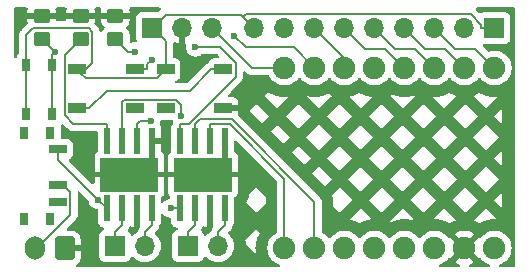
<source format=gbr>
%TF.GenerationSoftware,KiCad,Pcbnew,8.0.1*%
%TF.CreationDate,2024-05-27T16:44:31-06:00*%
%TF.ProjectId,KETSINI,4b455453-494e-4492-9e6b-696361645f70,rev?*%
%TF.SameCoordinates,Original*%
%TF.FileFunction,Copper,L1,Top*%
%TF.FilePolarity,Positive*%
%FSLAX46Y46*%
G04 Gerber Fmt 4.6, Leading zero omitted, Abs format (unit mm)*
G04 Created by KiCad (PCBNEW 8.0.1) date 2024-05-27 16:44:31*
%MOMM*%
%LPD*%
G01*
G04 APERTURE LIST*
G04 Aperture macros list*
%AMRoundRect*
0 Rectangle with rounded corners*
0 $1 Rounding radius*
0 $2 $3 $4 $5 $6 $7 $8 $9 X,Y pos of 4 corners*
0 Add a 4 corners polygon primitive as box body*
4,1,4,$2,$3,$4,$5,$6,$7,$8,$9,$2,$3,0*
0 Add four circle primitives for the rounded corners*
1,1,$1+$1,$2,$3*
1,1,$1+$1,$4,$5*
1,1,$1+$1,$6,$7*
1,1,$1+$1,$8,$9*
0 Add four rect primitives between the rounded corners*
20,1,$1+$1,$2,$3,$4,$5,0*
20,1,$1+$1,$4,$5,$6,$7,0*
20,1,$1+$1,$6,$7,$8,$9,0*
20,1,$1+$1,$8,$9,$2,$3,0*%
G04 Aperture macros list end*
%TA.AperFunction,SMDPad,CuDef*%
%ADD10R,0.500000X2.200000*%
%TD*%
%TA.AperFunction,ComponentPad*%
%ADD11C,0.630000*%
%TD*%
%TA.AperFunction,SMDPad,CuDef*%
%ADD12R,4.900000X2.950000*%
%TD*%
%TA.AperFunction,SMDPad,CuDef*%
%ADD13R,0.650000X1.050000*%
%TD*%
%TA.AperFunction,SMDPad,CuDef*%
%ADD14R,1.500000X0.900000*%
%TD*%
%TA.AperFunction,ComponentPad*%
%ADD15R,1.700000X1.700000*%
%TD*%
%TA.AperFunction,ComponentPad*%
%ADD16O,1.700000X1.700000*%
%TD*%
%TA.AperFunction,SMDPad,CuDef*%
%ADD17RoundRect,0.250000X0.450000X-0.350000X0.450000X0.350000X-0.450000X0.350000X-0.450000X-0.350000X0*%
%TD*%
%TA.AperFunction,SMDPad,CuDef*%
%ADD18R,0.800000X1.000000*%
%TD*%
%TA.AperFunction,SMDPad,CuDef*%
%ADD19R,1.500000X0.700000*%
%TD*%
%TA.AperFunction,ComponentPad*%
%ADD20RoundRect,0.250000X0.600000X0.750000X-0.600000X0.750000X-0.600000X-0.750000X0.600000X-0.750000X0*%
%TD*%
%TA.AperFunction,ComponentPad*%
%ADD21O,1.700000X2.000000*%
%TD*%
%TA.AperFunction,ComponentPad*%
%ADD22C,1.905000*%
%TD*%
%TA.AperFunction,ViaPad*%
%ADD23C,0.600000*%
%TD*%
%TA.AperFunction,Conductor*%
%ADD24C,0.200000*%
%TD*%
G04 APERTURE END LIST*
D10*
%TO.P,U1,1,GND*%
%TO.N,GND*%
X174205000Y-107775000D03*
%TO.P,U1,2,IN2*%
%TO.N,MAI1*%
X172935000Y-107775000D03*
%TO.P,U1,3,IN1*%
%TO.N,MAI2*%
X171665000Y-107775000D03*
%TO.P,U1,4,ILIM*%
%TO.N,Net-(U1-ILIM)*%
X170395000Y-107775000D03*
%TO.P,U1,5,VM*%
%TO.N,VM*%
X170395000Y-113525000D03*
%TO.P,U1,6,OUT1*%
%TO.N,MAO1*%
X171665000Y-113525000D03*
%TO.P,U1,7,GND*%
%TO.N,GND*%
X172935000Y-113525000D03*
%TO.P,U1,8,OUT2*%
%TO.N,MAO2*%
X174205000Y-113525000D03*
D11*
%TO.P,U1,9,GND*%
%TO.N,GND*%
X173600000Y-110000000D03*
X172300000Y-110000000D03*
X171000000Y-110000000D03*
D12*
X172300000Y-110650000D03*
D11*
X173600000Y-111300000D03*
X172300000Y-111300000D03*
X171000000Y-111300000D03*
%TD*%
D13*
%TO.P,S3,1*%
%TO.N,BUTTON*%
X159500000Y-101350000D03*
%TO.P,S3,2*%
X159500000Y-105500000D03*
%TO.P,S3,3*%
%TO.N,Vcc*%
X157350000Y-101350000D03*
%TO.P,S3,4*%
X157350000Y-105500000D03*
%TD*%
D14*
%TO.P,RGB2,1,VDD*%
%TO.N,Vcc*%
X169150000Y-101750000D03*
%TO.P,RGB2,2,DOUT*%
%TO.N,unconnected-(RGB2-DOUT-Pad2)*%
X169150000Y-105050000D03*
%TO.P,RGB2,3,VSS*%
%TO.N,GND*%
X174050000Y-105050000D03*
%TO.P,RGB2,4,DIN*%
%TO.N,Net-(RGB1-DOUT)*%
X174050000Y-101750000D03*
%TD*%
D15*
%TO.P,MA1,1,Pin_1*%
%TO.N,MAO1*%
X171060000Y-116700000D03*
D16*
%TO.P,MA1,2,Pin_2*%
%TO.N,MAO2*%
X173600000Y-116700000D03*
%TD*%
D15*
%TO.P,MB1,1,Pin_1*%
%TO.N,MBO1*%
X164860000Y-116700000D03*
D16*
%TO.P,MB1,2,Pin_2*%
%TO.N,MBO2*%
X167400000Y-116700000D03*
%TD*%
D10*
%TO.P,U2,1,GND*%
%TO.N,GND*%
X167995000Y-107775000D03*
%TO.P,U2,2,IN2*%
%TO.N,MBI1*%
X166725000Y-107775000D03*
%TO.P,U2,3,IN1*%
%TO.N,MBI2*%
X165455000Y-107775000D03*
%TO.P,U2,4,ILIM*%
%TO.N,Net-(U2-ILIM)*%
X164185000Y-107775000D03*
%TO.P,U2,5,VM*%
%TO.N,VM*%
X164185000Y-113525000D03*
%TO.P,U2,6,OUT1*%
%TO.N,MBO1*%
X165455000Y-113525000D03*
%TO.P,U2,7,GND*%
%TO.N,GND*%
X166725000Y-113525000D03*
%TO.P,U2,8,OUT2*%
%TO.N,MBO2*%
X167995000Y-113525000D03*
D11*
%TO.P,U2,9,GND*%
%TO.N,GND*%
X167390000Y-110000000D03*
X166090000Y-110000000D03*
X164790000Y-110000000D03*
D12*
X166090000Y-110650000D03*
D11*
X167390000Y-111300000D03*
X166090000Y-111300000D03*
X164790000Y-111300000D03*
%TD*%
D17*
%TO.P,R2,1*%
%TO.N,Net-(U1-ILIM)*%
X164900000Y-99200000D03*
%TO.P,R2,2*%
%TO.N,GND*%
X164900000Y-97200000D03*
%TD*%
%TO.P,R1,1*%
%TO.N,Net-(U2-ILIM)*%
X161950000Y-99200000D03*
%TO.P,R1,2*%
%TO.N,GND*%
X161950000Y-97200000D03*
%TD*%
D18*
%TO.P,SW1,*%
%TO.N,*%
X159400000Y-107100000D03*
X157190000Y-107100000D03*
X159400000Y-114400000D03*
X157190000Y-114400000D03*
D19*
%TO.P,SW1,1,A*%
%TO.N,VM*%
X160050000Y-108500000D03*
%TO.P,SW1,2,B*%
%TO.N,Net-(BATTERY1-Pin_2)*%
X160050000Y-111500000D03*
%TO.P,SW1,3,C*%
%TO.N,unconnected-(SW1-C-Pad3)*%
X160050000Y-113000000D03*
%TD*%
D17*
%TO.P,R3,1*%
%TO.N,BUTTON*%
X158650000Y-99200000D03*
%TO.P,R3,2*%
%TO.N,GND*%
X158650000Y-97200000D03*
%TD*%
D20*
%TO.P,BATTERY1,1,Pin_1*%
%TO.N,GND*%
X160600000Y-116900000D03*
D21*
%TO.P,BATTERY1,2,Pin_2*%
%TO.N,Net-(BATTERY1-Pin_2)*%
X158100000Y-116900000D03*
%TD*%
D22*
%TO.P,ESP 32 C3,0,GPIO0*%
%TO.N,MAI1*%
X179220000Y-116870000D03*
%TO.P,ESP 32 C3,1,GPIO1*%
%TO.N,MAI2*%
X181760000Y-116870000D03*
%TO.P,ESP 32 C3,2,GPIO2*%
%TO.N,MBI1*%
X184300000Y-116870000D03*
%TO.P,ESP 32 C3,3,GPIO3*%
%TO.N,MBI2*%
X186840000Y-116870000D03*
%TO.P,ESP 32 C3,3.3,3V3*%
%TO.N,unconnected-(U4-3V3-Pad3.3)*%
X191920000Y-116870000D03*
%TO.P,ESP 32 C3,4,GPIO4*%
%TO.N,RGB*%
X189380000Y-116870000D03*
%TO.P,ESP 32 C3,5,GPIO5*%
%TO.N,S1*%
X197000000Y-101630000D03*
%TO.P,ESP 32 C3,5V,5V*%
%TO.N,Vcc*%
X197000000Y-116870000D03*
%TO.P,ESP 32 C3,6,GPIO6*%
%TO.N,S2*%
X194460000Y-101630000D03*
%TO.P,ESP 32 C3,7,GPIO7*%
%TO.N,S3*%
X191920000Y-101630000D03*
%TO.P,ESP 32 C3,8,GPIO8*%
%TO.N,S4*%
X189380000Y-101630000D03*
%TO.P,ESP 32 C3,9,GPIO9*%
%TO.N,unconnected-(U4-GPIO9-Pad9)*%
X186840000Y-101630000D03*
%TO.P,ESP 32 C3,10,GPIO10*%
%TO.N,S5*%
X184300000Y-101630000D03*
%TO.P,ESP 32 C3,20,GPIO20*%
%TO.N,BUTTON*%
X181760000Y-101630000D03*
%TO.P,ESP 32 C3,21,GPIO21*%
%TO.N,GO*%
X179220000Y-101630000D03*
%TO.P,ESP 32 C3,G,GND*%
%TO.N,GND*%
X194460000Y-116870000D03*
%TD*%
D15*
%TO.P,ACT1,1,Pin_1*%
%TO.N,Vcc*%
X168020000Y-98250000D03*
D16*
%TO.P,ACT1,2,Pin_2*%
%TO.N,GND*%
X170560000Y-98250000D03*
%TO.P,ACT1,3,Pin_3*%
%TO.N,GO*%
X173100000Y-98250000D03*
%TD*%
D15*
%TO.P,J1,1,Pin_1*%
%TO.N,Vcc*%
X197000000Y-98250000D03*
D16*
%TO.P,J1,2,Pin_2*%
%TO.N,GND*%
X194460000Y-98250000D03*
%TO.P,J1,3,Pin_3*%
%TO.N,S1*%
X191920000Y-98250000D03*
%TO.P,J1,4,Pin_4*%
%TO.N,S2*%
X189380000Y-98250000D03*
%TO.P,J1,5,Pin_5*%
%TO.N,S3*%
X186840000Y-98250000D03*
%TO.P,J1,6,Pin_6*%
%TO.N,S4*%
X184300000Y-98250000D03*
%TO.P,J1,7,Pin_7*%
%TO.N,S5*%
X181760000Y-98250000D03*
%TO.P,J1,8,Pin_8*%
%TO.N,GND*%
X179220000Y-98250000D03*
%TO.P,J1,9,Pin_9*%
%TO.N,Vcc*%
X176680000Y-98250000D03*
%TD*%
D14*
%TO.P,RGB1,1,VDD*%
%TO.N,Vcc*%
X161650000Y-101750000D03*
%TO.P,RGB1,2,DOUT*%
%TO.N,Net-(RGB1-DOUT)*%
X161650000Y-105050000D03*
%TO.P,RGB1,3,VSS*%
%TO.N,GND*%
X166550000Y-105050000D03*
%TO.P,RGB1,4,DIN*%
%TO.N,RGB*%
X166550000Y-101750000D03*
%TD*%
D23*
%TO.N,Net-(U1-ILIM)*%
X166551400Y-100237500D03*
X171677700Y-99859100D03*
%TO.N,VM*%
X163430000Y-112770000D03*
X169600000Y-113500000D03*
%TO.N,MBI1*%
X167909300Y-106087500D03*
%TO.N,MBI2*%
X170465700Y-105686600D03*
%TO.N,BUTTON*%
X174982700Y-98930300D03*
X159770900Y-100313000D03*
%TO.N,RGB*%
X167963400Y-100965300D03*
%TD*%
D24*
%TO.N,Net-(U1-ILIM)*%
X170395000Y-106373300D02*
X171094100Y-106373300D01*
X173788900Y-99859100D02*
X171677700Y-99859100D01*
X171094100Y-106373300D02*
X175101700Y-102365700D01*
X165937500Y-100237500D02*
X166551400Y-100237500D01*
X170395000Y-107775000D02*
X170395000Y-106373300D01*
X175101700Y-101171900D02*
X173788900Y-99859100D01*
X175101700Y-102365700D02*
X175101700Y-101171900D01*
X164900000Y-99200000D02*
X165937500Y-100237500D01*
%TO.N,MAI2*%
X172077300Y-105961000D02*
X174748600Y-105961000D01*
X174748600Y-105961000D02*
X181760000Y-112972400D01*
X171665000Y-106373300D02*
X172077300Y-105961000D01*
X181760000Y-112972400D02*
X181760000Y-116870000D01*
X171665000Y-107775000D02*
X171665000Y-106373300D01*
%TO.N,VM*%
X160050000Y-109390000D02*
X163430000Y-112770000D01*
X169625000Y-113525000D02*
X169600000Y-113500000D01*
X160050000Y-108500000D02*
X160050000Y-109390000D01*
X163430000Y-112770000D02*
X164185000Y-113525000D01*
X170395000Y-113525000D02*
X169625000Y-113525000D01*
%TO.N,MAI1*%
X172935000Y-106373300D02*
X174580000Y-106373300D01*
X179220000Y-111013300D02*
X179220000Y-116870000D01*
X172935000Y-107775000D02*
X172935000Y-106373300D01*
X174580000Y-106373300D02*
X179220000Y-111013300D01*
%TO.N,MBI1*%
X167010800Y-106087500D02*
X166725000Y-106373300D01*
X167909300Y-106087500D02*
X167010800Y-106087500D01*
X166725000Y-107775000D02*
X166725000Y-106373300D01*
%TO.N,MBI2*%
X170465700Y-104733200D02*
X170030800Y-104298300D01*
X170030800Y-104298300D02*
X165653500Y-104298300D01*
X165653500Y-104298300D02*
X165455000Y-104496800D01*
X165455000Y-104496800D02*
X165455000Y-107775000D01*
X170465700Y-105686600D02*
X170465700Y-104733200D01*
%TO.N,Net-(BATTERY1-Pin_2)*%
X161100000Y-114050000D02*
X161100000Y-112150000D01*
X158100000Y-116900000D02*
X158250000Y-116900000D01*
X158250000Y-116900000D02*
X161100000Y-114050000D01*
X161100000Y-112150000D02*
X160450000Y-111500000D01*
X160450000Y-111500000D02*
X160050000Y-111500000D01*
%TO.N,MAO1*%
X171060000Y-115548300D02*
X171665000Y-114943300D01*
X171665000Y-114943300D02*
X171665000Y-113525000D01*
X171060000Y-116700000D02*
X171060000Y-115548300D01*
%TO.N,Net-(U2-ILIM)*%
X161331000Y-106373300D02*
X160598300Y-105640600D01*
X160598300Y-105640600D02*
X160598300Y-100551700D01*
X164185000Y-106373300D02*
X161331000Y-106373300D01*
X164185000Y-107775000D02*
X164185000Y-106373300D01*
X160598300Y-100551700D02*
X161950000Y-99200000D01*
%TO.N,MAO2*%
X174205000Y-114943300D02*
X174205000Y-113525000D01*
X173600000Y-116700000D02*
X173600000Y-115548300D01*
X173600000Y-115548300D02*
X174205000Y-114943300D01*
%TO.N,MBO2*%
X167995000Y-114953300D02*
X167995000Y-113525000D01*
X167400000Y-116700000D02*
X167400000Y-115548300D01*
X167400000Y-115548300D02*
X167995000Y-114953300D01*
%TO.N,MBO1*%
X164860000Y-116700000D02*
X164860000Y-115548300D01*
X165455000Y-114953300D02*
X165455000Y-113525000D01*
X164860000Y-115548300D02*
X165455000Y-114953300D01*
%TO.N,GO*%
X176480000Y-101630000D02*
X179220000Y-101630000D01*
X173100000Y-98250000D02*
X176480000Y-101630000D01*
%TO.N,Vcc*%
X197000000Y-98250000D02*
X195848300Y-98250000D01*
X168400000Y-102500000D02*
X169150000Y-101750000D01*
X169150000Y-99380000D02*
X168020000Y-98250000D01*
X157350000Y-102176700D02*
X157350000Y-104673300D01*
X175931700Y-97098300D02*
X175730000Y-97300000D01*
X175530000Y-97100000D02*
X175730000Y-97300000D01*
X162025000Y-102125000D02*
X162400000Y-102500000D01*
X157350000Y-101350000D02*
X157350000Y-102176700D01*
X161650000Y-101750000D02*
X162025000Y-102125000D01*
X162957200Y-101192800D02*
X162957200Y-98568900D01*
X195848300Y-98250000D02*
X195848300Y-97962000D01*
X162025000Y-102125000D02*
X162957200Y-101192800D01*
X175730000Y-97300000D02*
X176680000Y-98250000D01*
X169170000Y-97100000D02*
X175530000Y-97100000D01*
X168020000Y-98250000D02*
X169170000Y-97100000D01*
X162957200Y-98568900D02*
X162652400Y-98264100D01*
X157350000Y-98853200D02*
X157350000Y-101350000D01*
X157350000Y-105500000D02*
X157350000Y-104673300D01*
X162400000Y-102500000D02*
X168400000Y-102500000D01*
X195848300Y-97962000D02*
X194984600Y-97098300D01*
X194984600Y-97098300D02*
X175931700Y-97098300D01*
X162652400Y-98264100D02*
X157939100Y-98264100D01*
X169150000Y-101750000D02*
X169150000Y-99380000D01*
X157939100Y-98264100D02*
X157350000Y-98853200D01*
%TO.N,BUTTON*%
X159560600Y-100523300D02*
X159500000Y-100523300D01*
X158650000Y-99200000D02*
X158657900Y-99200000D01*
X159500000Y-101350000D02*
X159500000Y-100523300D01*
X179997600Y-99867600D02*
X175920000Y-99867600D01*
X158657900Y-99200000D02*
X159770900Y-100313000D01*
X175920000Y-99867600D02*
X174982700Y-98930300D01*
X159770900Y-100313000D02*
X159560600Y-100523300D01*
X159500000Y-105500000D02*
X159500000Y-101350000D01*
X181760000Y-101630000D02*
X179997600Y-99867600D01*
%TO.N,RGB*%
X167601700Y-101327000D02*
X167601700Y-101750000D01*
X166550000Y-101750000D02*
X167601700Y-101750000D01*
X167963400Y-100965300D02*
X167601700Y-101327000D01*
%TO.N,S3*%
X188590000Y-100000000D02*
X190290000Y-100000000D01*
X186840000Y-98250000D02*
X188590000Y-100000000D01*
X190290000Y-100000000D02*
X191920000Y-101630000D01*
%TO.N,S4*%
X184300000Y-98250000D02*
X186050000Y-100000000D01*
X187750000Y-100000000D02*
X189380000Y-101630000D01*
X186050000Y-100000000D02*
X187750000Y-100000000D01*
%TO.N,S2*%
X191130000Y-100000000D02*
X192830000Y-100000000D01*
X192830000Y-100000000D02*
X194460000Y-101630000D01*
X189380000Y-98250000D02*
X191130000Y-100000000D01*
%TO.N,S5*%
X184300000Y-100790000D02*
X184300000Y-101630000D01*
X181760000Y-98250000D02*
X184300000Y-100790000D01*
%TO.N,S1*%
X195370000Y-100000000D02*
X197000000Y-101630000D01*
X193670000Y-100000000D02*
X195370000Y-100000000D01*
X191920000Y-98250000D02*
X193670000Y-100000000D01*
%TO.N,Net-(RGB1-DOUT)*%
X162701700Y-105050000D02*
X164211100Y-103540600D01*
X171207700Y-103540600D02*
X172998300Y-101750000D01*
X174050000Y-101750000D02*
X172998300Y-101750000D01*
X161650000Y-105050000D02*
X162701700Y-105050000D01*
X164211100Y-103540600D02*
X171207700Y-103540600D01*
%TD*%
%TA.AperFunction,Conductor*%
%TO.N,GND*%
G36*
X169716034Y-106020184D02*
G01*
X169753989Y-106058528D01*
X169797883Y-106128386D01*
X169816883Y-106195623D01*
X169812664Y-106226449D01*
X169794928Y-106292645D01*
X169774420Y-106334863D01*
X169701206Y-106432665D01*
X169701202Y-106432671D01*
X169650908Y-106567517D01*
X169644501Y-106627116D01*
X169644500Y-106627135D01*
X169644500Y-108642187D01*
X169624815Y-108709226D01*
X169594811Y-108741453D01*
X169492812Y-108817809D01*
X169492809Y-108817812D01*
X169406649Y-108932906D01*
X169406645Y-108932913D01*
X169356403Y-109067620D01*
X169356401Y-109067627D01*
X169350000Y-109127155D01*
X169350000Y-110400000D01*
X175250000Y-110400000D01*
X175250000Y-109127172D01*
X175249999Y-109127155D01*
X175243598Y-109067627D01*
X175243596Y-109067620D01*
X175193354Y-108932913D01*
X175193350Y-108932906D01*
X175107190Y-108817812D01*
X175004688Y-108741078D01*
X174962818Y-108685144D01*
X174955000Y-108641812D01*
X174955000Y-107896897D01*
X174974685Y-107829858D01*
X175027489Y-107784103D01*
X175096647Y-107774159D01*
X175160203Y-107803184D01*
X175166681Y-107809216D01*
X178583181Y-111225716D01*
X178616666Y-111287039D01*
X178619500Y-111313397D01*
X178619500Y-115468960D01*
X178599815Y-115535999D01*
X178554519Y-115578014D01*
X178422563Y-115649426D01*
X178422558Y-115649429D01*
X178307374Y-115739081D01*
X178232537Y-115797329D01*
X178232534Y-115797331D01*
X178232534Y-115797332D01*
X178069449Y-115974490D01*
X177937743Y-116176081D01*
X177841017Y-116396594D01*
X177781904Y-116630027D01*
X177762020Y-116869994D01*
X177762020Y-116870005D01*
X177781904Y-117109972D01*
X177841017Y-117343405D01*
X177855314Y-117376000D01*
X177937745Y-117563922D01*
X178069449Y-117765510D01*
X178232537Y-117942671D01*
X178377705Y-118055659D01*
X178422022Y-118090153D01*
X178422561Y-118090572D01*
X178473881Y-118118345D01*
X178633478Y-118204715D01*
X178634336Y-118205179D01*
X178697480Y-118226856D01*
X178790291Y-118258719D01*
X178847306Y-118299104D01*
X178873437Y-118363904D01*
X178860386Y-118432544D01*
X178812297Y-118483232D01*
X178750028Y-118500000D01*
X161687812Y-118500000D01*
X161620773Y-118480315D01*
X161575018Y-118427511D01*
X161565074Y-118358353D01*
X161594099Y-118294797D01*
X161622715Y-118270462D01*
X161668340Y-118242319D01*
X161668344Y-118242316D01*
X161792315Y-118118345D01*
X161884356Y-117969124D01*
X161884358Y-117969119D01*
X161939505Y-117802697D01*
X161939506Y-117802690D01*
X161949999Y-117699986D01*
X161950000Y-117699973D01*
X161950000Y-117150000D01*
X161033012Y-117150000D01*
X161065925Y-117092993D01*
X161100000Y-116965826D01*
X161100000Y-116834174D01*
X161065925Y-116707007D01*
X161033012Y-116650000D01*
X161949999Y-116650000D01*
X161949999Y-116100028D01*
X161949998Y-116100013D01*
X161939505Y-115997302D01*
X161884358Y-115830880D01*
X161884356Y-115830875D01*
X161792315Y-115681654D01*
X161668345Y-115557684D01*
X161519124Y-115465643D01*
X161519119Y-115465641D01*
X161352697Y-115410494D01*
X161352690Y-115410493D01*
X161249986Y-115400000D01*
X160898596Y-115400000D01*
X160831557Y-115380315D01*
X160785802Y-115327511D01*
X160775858Y-115258353D01*
X160804883Y-115194797D01*
X160810897Y-115188337D01*
X161580520Y-114418716D01*
X161659577Y-114281784D01*
X161700501Y-114129057D01*
X161700501Y-113970942D01*
X161700501Y-113963347D01*
X161700500Y-113963329D01*
X161700500Y-112239059D01*
X161700501Y-112239046D01*
X161700501Y-112189098D01*
X161720186Y-112122059D01*
X161772990Y-112076304D01*
X161842148Y-112066360D01*
X161905704Y-112095385D01*
X161912182Y-112101417D01*
X162599298Y-112788533D01*
X162632783Y-112849856D01*
X162634837Y-112862330D01*
X162644630Y-112949249D01*
X162704210Y-113119521D01*
X162704211Y-113119522D01*
X162800184Y-113272262D01*
X162927738Y-113399816D01*
X163080478Y-113495789D01*
X163250745Y-113555368D01*
X163324385Y-113563664D01*
X163388796Y-113590729D01*
X163428352Y-113648323D01*
X163434500Y-113686884D01*
X163434500Y-114672870D01*
X163434501Y-114672876D01*
X163440908Y-114732483D01*
X163491202Y-114867328D01*
X163491206Y-114867335D01*
X163577452Y-114982544D01*
X163577455Y-114982547D01*
X163692664Y-115068793D01*
X163692671Y-115068797D01*
X163737618Y-115085561D01*
X163827517Y-115119091D01*
X163856866Y-115122246D01*
X163921414Y-115148983D01*
X163961263Y-115206375D01*
X163963758Y-115276200D01*
X163928106Y-115336289D01*
X163886943Y-115361717D01*
X163767669Y-115406203D01*
X163767664Y-115406206D01*
X163652455Y-115492452D01*
X163652452Y-115492455D01*
X163566206Y-115607664D01*
X163566202Y-115607671D01*
X163515908Y-115742517D01*
X163509501Y-115802116D01*
X163509500Y-115802135D01*
X163509500Y-117597870D01*
X163509501Y-117597876D01*
X163515908Y-117657483D01*
X163566202Y-117792328D01*
X163566206Y-117792335D01*
X163652452Y-117907544D01*
X163652455Y-117907547D01*
X163767664Y-117993793D01*
X163767671Y-117993797D01*
X163902517Y-118044091D01*
X163902516Y-118044091D01*
X163909444Y-118044835D01*
X163962127Y-118050500D01*
X165757872Y-118050499D01*
X165817483Y-118044091D01*
X165952331Y-117993796D01*
X166067546Y-117907546D01*
X166153796Y-117792331D01*
X166202810Y-117660916D01*
X166244681Y-117604984D01*
X166310145Y-117580566D01*
X166378418Y-117595417D01*
X166406673Y-117616569D01*
X166528599Y-117738495D01*
X166620279Y-117802690D01*
X166722165Y-117874032D01*
X166722167Y-117874033D01*
X166722170Y-117874035D01*
X166936337Y-117973903D01*
X167164592Y-118035063D01*
X167341034Y-118050500D01*
X167399999Y-118055659D01*
X167400000Y-118055659D01*
X167400001Y-118055659D01*
X167458966Y-118050500D01*
X167635408Y-118035063D01*
X167863663Y-117973903D01*
X168077830Y-117874035D01*
X168271401Y-117738495D01*
X168438495Y-117571401D01*
X168574035Y-117377830D01*
X168673903Y-117163663D01*
X168735063Y-116935408D01*
X168755659Y-116700000D01*
X168735063Y-116464592D01*
X168682884Y-116269854D01*
X168673905Y-116236344D01*
X168673904Y-116236343D01*
X168673903Y-116236337D01*
X168574035Y-116022171D01*
X168568729Y-116014592D01*
X168438494Y-115828597D01*
X168291396Y-115681499D01*
X168257911Y-115620176D01*
X168262895Y-115550484D01*
X168291394Y-115506139D01*
X168363713Y-115433821D01*
X168363716Y-115433820D01*
X168475520Y-115322016D01*
X168525639Y-115235204D01*
X168554577Y-115185085D01*
X168595500Y-115032357D01*
X168595500Y-115032348D01*
X168596561Y-115024297D01*
X168598064Y-115024495D01*
X168615185Y-114966191D01*
X168620233Y-114958919D01*
X168688796Y-114867331D01*
X168739091Y-114732483D01*
X168745500Y-114672873D01*
X168745499Y-114074885D01*
X168765183Y-114007849D01*
X168817987Y-113962094D01*
X168887146Y-113952150D01*
X168950702Y-113981175D01*
X168966442Y-113997571D01*
X168970180Y-114002258D01*
X168970184Y-114002262D01*
X169097738Y-114129816D01*
X169250478Y-114225789D01*
X169410503Y-114281784D01*
X169420745Y-114285368D01*
X169420750Y-114285369D01*
X169534383Y-114298172D01*
X169598797Y-114325238D01*
X169638352Y-114382833D01*
X169644500Y-114421392D01*
X169644500Y-114672869D01*
X169644501Y-114672876D01*
X169650908Y-114732483D01*
X169701202Y-114867328D01*
X169701206Y-114867335D01*
X169787452Y-114982544D01*
X169787455Y-114982547D01*
X169902664Y-115068793D01*
X169902671Y-115068797D01*
X170037514Y-115119090D01*
X170037517Y-115119091D01*
X170059102Y-115121411D01*
X170123650Y-115148146D01*
X170163500Y-115205537D01*
X170165996Y-115275363D01*
X170130345Y-115335452D01*
X170089181Y-115360882D01*
X169967669Y-115406203D01*
X169967664Y-115406206D01*
X169852455Y-115492452D01*
X169852452Y-115492455D01*
X169766206Y-115607664D01*
X169766202Y-115607671D01*
X169715908Y-115742517D01*
X169709501Y-115802116D01*
X169709500Y-115802135D01*
X169709500Y-117597870D01*
X169709501Y-117597876D01*
X169715908Y-117657483D01*
X169766202Y-117792328D01*
X169766206Y-117792335D01*
X169852452Y-117907544D01*
X169852455Y-117907547D01*
X169967664Y-117993793D01*
X169967671Y-117993797D01*
X170102517Y-118044091D01*
X170102516Y-118044091D01*
X170109444Y-118044835D01*
X170162127Y-118050500D01*
X171957872Y-118050499D01*
X172017483Y-118044091D01*
X172152331Y-117993796D01*
X172267546Y-117907546D01*
X172353796Y-117792331D01*
X172402810Y-117660916D01*
X172444681Y-117604984D01*
X172510145Y-117580566D01*
X172578418Y-117595417D01*
X172606673Y-117616569D01*
X172728599Y-117738495D01*
X172820279Y-117802690D01*
X172922165Y-117874032D01*
X172922167Y-117874033D01*
X172922170Y-117874035D01*
X173136337Y-117973903D01*
X173364592Y-118035063D01*
X173541034Y-118050500D01*
X173599999Y-118055659D01*
X173600000Y-118055659D01*
X173600001Y-118055659D01*
X173658966Y-118050500D01*
X173835408Y-118035063D01*
X174063663Y-117973903D01*
X174277830Y-117874035D01*
X174471401Y-117738495D01*
X174638495Y-117571401D01*
X174774035Y-117377830D01*
X174873903Y-117163663D01*
X174935063Y-116935408D01*
X174955659Y-116700000D01*
X174935063Y-116464592D01*
X174882884Y-116269854D01*
X174873905Y-116236344D01*
X174873904Y-116236343D01*
X174873903Y-116236337D01*
X174863161Y-116213300D01*
X175900934Y-116213300D01*
X175904695Y-116227334D01*
X175905981Y-116232588D01*
X175913066Y-116264546D01*
X175914121Y-116269854D01*
X175921684Y-116312749D01*
X175922507Y-116318096D01*
X175926778Y-116350539D01*
X175927367Y-116355916D01*
X175940299Y-116503733D01*
X176812565Y-117376000D01*
X176819768Y-117376000D01*
X176809377Y-117334964D01*
X176808222Y-117329972D01*
X176801857Y-117299618D01*
X176800908Y-117294574D01*
X176794118Y-117253873D01*
X176793380Y-117248805D01*
X176789546Y-117218044D01*
X176789018Y-117212948D01*
X176765725Y-116931853D01*
X176765407Y-116926736D01*
X176764126Y-116895755D01*
X176764020Y-116890632D01*
X176764020Y-116849368D01*
X176764126Y-116844245D01*
X176765407Y-116813264D01*
X176765725Y-116808147D01*
X176789018Y-116527052D01*
X176789546Y-116521956D01*
X176793380Y-116491195D01*
X176794118Y-116486127D01*
X176800908Y-116445426D01*
X176801857Y-116440382D01*
X176808222Y-116410028D01*
X176809377Y-116405036D01*
X176878621Y-116131596D01*
X176879982Y-116126653D01*
X176888833Y-116096924D01*
X176890398Y-116092041D01*
X176903798Y-116053012D01*
X176905560Y-116048205D01*
X176916827Y-116019329D01*
X176918789Y-116014592D01*
X177032091Y-115756290D01*
X177034248Y-115751636D01*
X177047868Y-115723778D01*
X177050211Y-115719226D01*
X177069850Y-115682935D01*
X177072384Y-115678476D01*
X177088255Y-115651842D01*
X177090968Y-115647495D01*
X177137297Y-115576582D01*
X176837475Y-115276760D01*
X175900934Y-116213300D01*
X174863161Y-116213300D01*
X174774035Y-116022171D01*
X174768729Y-116014592D01*
X174638494Y-115828597D01*
X174491396Y-115681499D01*
X174457911Y-115620176D01*
X174462895Y-115550484D01*
X174491394Y-115506139D01*
X174563506Y-115434028D01*
X174563511Y-115434024D01*
X174573714Y-115423820D01*
X174573716Y-115423820D01*
X174685520Y-115312016D01*
X174761979Y-115179585D01*
X174761982Y-115179579D01*
X174762244Y-115179123D01*
X174764577Y-115175085D01*
X174805500Y-115022358D01*
X174805500Y-115022346D01*
X174806121Y-115017633D01*
X174829793Y-114959505D01*
X174898796Y-114867331D01*
X174949091Y-114732483D01*
X174955500Y-114672873D01*
X174955499Y-112996636D01*
X175968736Y-112996636D01*
X176837475Y-113865375D01*
X177621500Y-113081351D01*
X177621500Y-112525251D01*
X176837475Y-111741226D01*
X176235425Y-112343275D01*
X176232545Y-112370069D01*
X176231478Y-112377738D01*
X176223572Y-112423916D01*
X176222028Y-112431501D01*
X176207685Y-112492212D01*
X176205668Y-112499695D01*
X176192058Y-112544564D01*
X176189579Y-112551904D01*
X176115970Y-112749261D01*
X176112581Y-112757441D01*
X176090323Y-112806177D01*
X176086362Y-112814091D01*
X176052185Y-112876681D01*
X176047667Y-112884295D01*
X176018703Y-112929362D01*
X176013655Y-112936633D01*
X175968736Y-112996636D01*
X174955499Y-112996636D01*
X174955499Y-112657812D01*
X174975184Y-112590774D01*
X175005188Y-112558546D01*
X175107191Y-112482186D01*
X175193350Y-112367093D01*
X175193354Y-112367086D01*
X175243596Y-112232379D01*
X175243598Y-112232372D01*
X175249999Y-112172844D01*
X175250000Y-112172827D01*
X175250000Y-110900000D01*
X169350000Y-110900000D01*
X169350000Y-112172844D01*
X169356401Y-112232372D01*
X169356403Y-112232379D01*
X169406645Y-112367086D01*
X169406649Y-112367093D01*
X169492809Y-112482186D01*
X169502848Y-112489702D01*
X169544719Y-112545636D01*
X169549703Y-112615328D01*
X169516218Y-112676651D01*
X169454894Y-112710135D01*
X169442421Y-112712189D01*
X169420749Y-112714630D01*
X169420745Y-112714631D01*
X169250476Y-112774211D01*
X169097737Y-112870184D01*
X168970180Y-112997741D01*
X168966442Y-113002429D01*
X168909252Y-113042567D01*
X168839440Y-113045414D01*
X168779172Y-113010065D01*
X168747582Y-112947745D01*
X168745499Y-112925112D01*
X168745499Y-112657813D01*
X168765184Y-112590774D01*
X168795188Y-112558546D01*
X168897191Y-112482186D01*
X168983350Y-112367093D01*
X168983354Y-112367086D01*
X169033596Y-112232379D01*
X169033598Y-112232372D01*
X169039999Y-112172844D01*
X169040000Y-112172827D01*
X169040000Y-110900000D01*
X163140000Y-110900000D01*
X163140000Y-111331403D01*
X163120315Y-111398442D01*
X163067511Y-111444197D01*
X162998353Y-111454141D01*
X162934797Y-111425116D01*
X162928319Y-111419084D01*
X161004473Y-109495238D01*
X160970988Y-109433915D01*
X160975972Y-109364223D01*
X161017844Y-109308290D01*
X161035020Y-109298915D01*
X161034546Y-109298047D01*
X161042326Y-109293797D01*
X161042331Y-109293796D01*
X161157546Y-109207546D01*
X161243796Y-109092331D01*
X161294091Y-108957483D01*
X161300500Y-108897873D01*
X161300499Y-108102128D01*
X161294229Y-108043797D01*
X161294091Y-108042516D01*
X161243797Y-107907671D01*
X161243793Y-107907664D01*
X161157547Y-107792455D01*
X161157544Y-107792452D01*
X161042335Y-107706206D01*
X161042328Y-107706202D01*
X160907482Y-107655908D01*
X160907483Y-107655908D01*
X160847883Y-107649501D01*
X160847881Y-107649500D01*
X160847873Y-107649500D01*
X160847865Y-107649500D01*
X160424500Y-107649500D01*
X160357461Y-107629815D01*
X160311706Y-107577011D01*
X160300500Y-107525500D01*
X160300499Y-106552129D01*
X160300498Y-106552123D01*
X160300497Y-106552116D01*
X160294695Y-106498135D01*
X160307102Y-106429376D01*
X160354713Y-106378239D01*
X160422412Y-106360961D01*
X160488706Y-106383027D01*
X160505666Y-106397201D01*
X160846139Y-106737674D01*
X160846149Y-106737685D01*
X160850479Y-106742015D01*
X160850480Y-106742016D01*
X160962284Y-106853820D01*
X161030259Y-106893065D01*
X161099215Y-106932877D01*
X161251942Y-106973800D01*
X161251943Y-106973800D01*
X163310500Y-106973800D01*
X163377539Y-106993485D01*
X163423294Y-107046289D01*
X163434500Y-107097800D01*
X163434500Y-108642187D01*
X163414815Y-108709226D01*
X163384811Y-108741453D01*
X163282812Y-108817809D01*
X163282809Y-108817812D01*
X163196649Y-108932906D01*
X163196645Y-108932913D01*
X163146403Y-109067620D01*
X163146401Y-109067627D01*
X163140000Y-109127155D01*
X163140000Y-110400000D01*
X169040000Y-110400000D01*
X169040000Y-109127172D01*
X169039999Y-109127155D01*
X169033598Y-109067627D01*
X169033596Y-109067620D01*
X168983354Y-108932913D01*
X168983350Y-108932906D01*
X168897190Y-108817812D01*
X168794688Y-108741078D01*
X168752818Y-108685144D01*
X168745000Y-108641812D01*
X168745000Y-108025000D01*
X168245000Y-108025000D01*
X168245000Y-109294000D01*
X168225315Y-109361039D01*
X168172511Y-109406794D01*
X168121000Y-109418000D01*
X168021396Y-109418000D01*
X168085793Y-109482398D01*
X168119277Y-109543722D01*
X168114292Y-109613414D01*
X168085792Y-109657760D01*
X167477681Y-110265872D01*
X167416358Y-110299357D01*
X167346667Y-110294373D01*
X167302319Y-110265872D01*
X167124128Y-110087681D01*
X167094172Y-110032821D01*
X167225000Y-110032821D01*
X167250119Y-110093465D01*
X167296535Y-110139881D01*
X167357179Y-110165000D01*
X167422821Y-110165000D01*
X167483465Y-110139881D01*
X167529881Y-110093465D01*
X167555000Y-110032821D01*
X167555000Y-109967179D01*
X167529881Y-109906535D01*
X167483465Y-109860119D01*
X167422821Y-109835000D01*
X167357179Y-109835000D01*
X167296535Y-109860119D01*
X167250119Y-109906535D01*
X167225000Y-109967179D01*
X167225000Y-110032821D01*
X167094172Y-110032821D01*
X167090643Y-110026358D01*
X167095627Y-109956666D01*
X167124128Y-109912319D01*
X167744999Y-109291447D01*
X167745000Y-109291446D01*
X167745000Y-107649000D01*
X167764685Y-107581961D01*
X167817489Y-107536206D01*
X167869000Y-107525000D01*
X168745000Y-107525000D01*
X168745000Y-106627172D01*
X168744999Y-106627155D01*
X168738598Y-106567627D01*
X168738597Y-106567623D01*
X168688350Y-106432906D01*
X168684101Y-106425124D01*
X168687006Y-106423537D01*
X168668217Y-106373175D01*
X168674858Y-106323368D01*
X168694668Y-106266755D01*
X168697795Y-106239003D01*
X168712261Y-106110616D01*
X168739327Y-106046202D01*
X168796922Y-106006647D01*
X168835481Y-106000499D01*
X169648995Y-106000499D01*
X169716034Y-106020184D01*
G37*
%TD.AperFunction*%
%TA.AperFunction,Conductor*%
G36*
X193897271Y-117170785D02*
G01*
X193966764Y-117274789D01*
X194055211Y-117363236D01*
X194159215Y-117432729D01*
X194223991Y-117459560D01*
X193623790Y-118059761D01*
X193623791Y-118059762D01*
X193662832Y-118090149D01*
X193662838Y-118090153D01*
X193874531Y-118204715D01*
X193874545Y-118204721D01*
X194031831Y-118258719D01*
X194088847Y-118299105D01*
X194114977Y-118363904D01*
X194101925Y-118432544D01*
X194053836Y-118483232D01*
X193991568Y-118500000D01*
X192389972Y-118500000D01*
X192322933Y-118480315D01*
X192277178Y-118427511D01*
X192267234Y-118358353D01*
X192296259Y-118294797D01*
X192349709Y-118258719D01*
X192418723Y-118235025D01*
X192505664Y-118205179D01*
X192717439Y-118090572D01*
X192907463Y-117942671D01*
X193070551Y-117765510D01*
X193086490Y-117741114D01*
X193139633Y-117695758D01*
X193208864Y-117686333D01*
X193244216Y-117702799D01*
X193270880Y-117705564D01*
X193870438Y-117106006D01*
X193897271Y-117170785D01*
G37*
%TD.AperFunction*%
%TA.AperFunction,Conductor*%
G36*
X195649118Y-117705564D02*
G01*
X195670094Y-117703388D01*
X195679037Y-117695757D01*
X195748268Y-117686333D01*
X195811604Y-117715834D01*
X195833510Y-117741114D01*
X195849446Y-117765507D01*
X195849448Y-117765509D01*
X195849449Y-117765510D01*
X196012537Y-117942671D01*
X196157705Y-118055659D01*
X196202022Y-118090153D01*
X196202561Y-118090572D01*
X196253881Y-118118345D01*
X196413478Y-118204715D01*
X196414336Y-118205179D01*
X196477480Y-118226856D01*
X196570291Y-118258719D01*
X196627306Y-118299104D01*
X196653437Y-118363904D01*
X196640386Y-118432544D01*
X196592297Y-118483232D01*
X196530028Y-118500000D01*
X194928432Y-118500000D01*
X194861393Y-118480315D01*
X194815638Y-118427511D01*
X194805694Y-118358353D01*
X194834719Y-118294797D01*
X194888169Y-118258719D01*
X195045454Y-118204721D01*
X195045468Y-118204715D01*
X195257160Y-118090154D01*
X195257168Y-118090149D01*
X195296207Y-118059762D01*
X195296208Y-118059760D01*
X194696008Y-117459560D01*
X194760785Y-117432729D01*
X194864789Y-117363236D01*
X194953236Y-117274789D01*
X195022729Y-117170785D01*
X195049560Y-117106007D01*
X195649118Y-117705564D01*
G37*
%TD.AperFunction*%
%TA.AperFunction,Conductor*%
G36*
X198693039Y-96519685D02*
G01*
X198738794Y-96572489D01*
X198750000Y-96624000D01*
X198750000Y-118376000D01*
X198730315Y-118443039D01*
X198677511Y-118488794D01*
X198626000Y-118500000D01*
X197469972Y-118500000D01*
X197402933Y-118480315D01*
X197357178Y-118427511D01*
X197347234Y-118358353D01*
X197376259Y-118294797D01*
X197429709Y-118258719D01*
X197498723Y-118235025D01*
X197585664Y-118205179D01*
X197797439Y-118090572D01*
X197987463Y-117942671D01*
X198150551Y-117765510D01*
X198282255Y-117563922D01*
X198378983Y-117343405D01*
X198438095Y-117109976D01*
X198455846Y-116895755D01*
X198457980Y-116870005D01*
X198457980Y-116869994D01*
X198438095Y-116630027D01*
X198438095Y-116630024D01*
X198378983Y-116396595D01*
X198282255Y-116176078D01*
X198150551Y-115974490D01*
X197987463Y-115797329D01*
X197812956Y-115661505D01*
X197797441Y-115649429D01*
X197585665Y-115534821D01*
X197585656Y-115534818D01*
X197357916Y-115456634D01*
X197161269Y-115423820D01*
X197120399Y-115417000D01*
X196879601Y-115417000D01*
X196838731Y-115423820D01*
X196642083Y-115456634D01*
X196414343Y-115534818D01*
X196414334Y-115534821D01*
X196202558Y-115649429D01*
X196087374Y-115739081D01*
X196012537Y-115797329D01*
X196012534Y-115797331D01*
X196012534Y-115797332D01*
X195849450Y-115974488D01*
X195849446Y-115974494D01*
X195833507Y-115998889D01*
X195780359Y-116044244D01*
X195711127Y-116053665D01*
X195675782Y-116037199D01*
X195649117Y-116034434D01*
X195049560Y-116633991D01*
X195022729Y-116569215D01*
X194953236Y-116465211D01*
X194864789Y-116376764D01*
X194760785Y-116307271D01*
X194696007Y-116280438D01*
X195296208Y-115680237D01*
X195296208Y-115680236D01*
X195257166Y-115649849D01*
X195257161Y-115649846D01*
X195045468Y-115535284D01*
X195045454Y-115535278D01*
X194817792Y-115457120D01*
X194580358Y-115417500D01*
X194339642Y-115417500D01*
X194102207Y-115457120D01*
X193874545Y-115535278D01*
X193874531Y-115535284D01*
X193662837Y-115649846D01*
X193662826Y-115649853D01*
X193623791Y-115680235D01*
X193623791Y-115680237D01*
X194223992Y-116280438D01*
X194159215Y-116307271D01*
X194055211Y-116376764D01*
X193966764Y-116465211D01*
X193897271Y-116569215D01*
X193870439Y-116633992D01*
X193270881Y-116034434D01*
X193249900Y-116036610D01*
X193240958Y-116044242D01*
X193171727Y-116053664D01*
X193108392Y-116024162D01*
X193086490Y-115998885D01*
X193070554Y-115974494D01*
X193070552Y-115974492D01*
X193070551Y-115974490D01*
X192907463Y-115797329D01*
X192732956Y-115661505D01*
X192717441Y-115649429D01*
X192505665Y-115534821D01*
X192505656Y-115534818D01*
X192277916Y-115456634D01*
X192081269Y-115423820D01*
X192040399Y-115417000D01*
X191799601Y-115417000D01*
X191758731Y-115423820D01*
X191562083Y-115456634D01*
X191334343Y-115534818D01*
X191334334Y-115534821D01*
X191122558Y-115649429D01*
X191007374Y-115739081D01*
X190932537Y-115797329D01*
X190769449Y-115974490D01*
X190753808Y-115998431D01*
X190700661Y-116043787D01*
X190631430Y-116053210D01*
X190568094Y-116023707D01*
X190546192Y-115998431D01*
X190530551Y-115974490D01*
X190367463Y-115797329D01*
X190192956Y-115661505D01*
X190177441Y-115649429D01*
X189965665Y-115534821D01*
X189965656Y-115534818D01*
X189737916Y-115456634D01*
X189541269Y-115423820D01*
X189500399Y-115417000D01*
X189259601Y-115417000D01*
X189218731Y-115423820D01*
X189022083Y-115456634D01*
X188794343Y-115534818D01*
X188794334Y-115534821D01*
X188582558Y-115649429D01*
X188467374Y-115739081D01*
X188392537Y-115797329D01*
X188229449Y-115974490D01*
X188213808Y-115998431D01*
X188160661Y-116043787D01*
X188091430Y-116053210D01*
X188028094Y-116023707D01*
X188006192Y-115998431D01*
X187990551Y-115974490D01*
X187827463Y-115797329D01*
X187652956Y-115661505D01*
X187637441Y-115649429D01*
X187425665Y-115534821D01*
X187425656Y-115534818D01*
X187197916Y-115456634D01*
X187001269Y-115423820D01*
X186960399Y-115417000D01*
X186719601Y-115417000D01*
X186678731Y-115423820D01*
X186482083Y-115456634D01*
X186254343Y-115534818D01*
X186254334Y-115534821D01*
X186042558Y-115649429D01*
X185927374Y-115739081D01*
X185852537Y-115797329D01*
X185689449Y-115974490D01*
X185673808Y-115998431D01*
X185620661Y-116043787D01*
X185551430Y-116053210D01*
X185488094Y-116023707D01*
X185466192Y-115998431D01*
X185450551Y-115974490D01*
X185287463Y-115797329D01*
X185112956Y-115661505D01*
X185097441Y-115649429D01*
X184885665Y-115534821D01*
X184885656Y-115534818D01*
X184657916Y-115456634D01*
X184461269Y-115423820D01*
X184420399Y-115417000D01*
X184179601Y-115417000D01*
X184138731Y-115423820D01*
X183942083Y-115456634D01*
X183714343Y-115534818D01*
X183714334Y-115534821D01*
X183502558Y-115649429D01*
X183387374Y-115739081D01*
X183312537Y-115797329D01*
X183149449Y-115974490D01*
X183133808Y-115998431D01*
X183080661Y-116043787D01*
X183011430Y-116053210D01*
X182948094Y-116023707D01*
X182926192Y-115998431D01*
X182910551Y-115974490D01*
X182747463Y-115797329D01*
X182572956Y-115661505D01*
X182557441Y-115649429D01*
X182557436Y-115649426D01*
X182425481Y-115578014D01*
X182375891Y-115528794D01*
X182360500Y-115468960D01*
X182360500Y-114456639D01*
X184728662Y-114456639D01*
X184842525Y-114475640D01*
X184847562Y-114476588D01*
X184877904Y-114482950D01*
X184882894Y-114484105D01*
X184922897Y-114494234D01*
X184927841Y-114495595D01*
X184957565Y-114504444D01*
X184962447Y-114506008D01*
X185229227Y-114597594D01*
X185234041Y-114599359D01*
X185262922Y-114610629D01*
X185267652Y-114612588D01*
X185305440Y-114629162D01*
X185310094Y-114631319D01*
X185337956Y-114644940D01*
X185342512Y-114647285D01*
X185570000Y-114770394D01*
X185797488Y-114647285D01*
X185802044Y-114644940D01*
X185829906Y-114631319D01*
X185834560Y-114629162D01*
X185872348Y-114612588D01*
X185877078Y-114610629D01*
X185905959Y-114599359D01*
X185910773Y-114597594D01*
X185988040Y-114571068D01*
X188149769Y-114571068D01*
X188265138Y-114686437D01*
X188337488Y-114647285D01*
X188342044Y-114644940D01*
X188369906Y-114631319D01*
X188374560Y-114629162D01*
X188412348Y-114612588D01*
X188417078Y-114610629D01*
X188445959Y-114599359D01*
X188450773Y-114597594D01*
X188717553Y-114506008D01*
X188722435Y-114504444D01*
X188752159Y-114495595D01*
X188757103Y-114494234D01*
X188797106Y-114484105D01*
X188802096Y-114482950D01*
X188832438Y-114476588D01*
X188837475Y-114475640D01*
X189115687Y-114429215D01*
X189120760Y-114428476D01*
X189151529Y-114424641D01*
X189156625Y-114424113D01*
X189197748Y-114420705D01*
X189202866Y-114420387D01*
X189233846Y-114419106D01*
X189238969Y-114419000D01*
X189521031Y-114419000D01*
X189526154Y-114419106D01*
X189557134Y-114420387D01*
X189562252Y-114420705D01*
X189603375Y-114424113D01*
X189608471Y-114424641D01*
X189639240Y-114428476D01*
X189644313Y-114429215D01*
X189922525Y-114475640D01*
X189927562Y-114476588D01*
X189957904Y-114482950D01*
X189962894Y-114484105D01*
X190002897Y-114494234D01*
X190007841Y-114495595D01*
X190037565Y-114504444D01*
X190042447Y-114506008D01*
X190263194Y-114581790D01*
X190273918Y-114571067D01*
X190121851Y-114419000D01*
X191837371Y-114419000D01*
X192061031Y-114419000D01*
X192066154Y-114419106D01*
X192097134Y-114420387D01*
X192102252Y-114420705D01*
X192143375Y-114424113D01*
X192148471Y-114424641D01*
X192179240Y-114428476D01*
X192184313Y-114429215D01*
X192462525Y-114475640D01*
X192467562Y-114476588D01*
X192497904Y-114482950D01*
X192502894Y-114484105D01*
X192542897Y-114494234D01*
X192547841Y-114495595D01*
X192577565Y-114504444D01*
X192582447Y-114506008D01*
X192849227Y-114597594D01*
X192854041Y-114599359D01*
X192882922Y-114610629D01*
X192887652Y-114612588D01*
X192925440Y-114629162D01*
X192930094Y-114631319D01*
X192957956Y-114644940D01*
X192962512Y-114647285D01*
X193190525Y-114770679D01*
X193417692Y-114647744D01*
X193422248Y-114645399D01*
X193450108Y-114631779D01*
X193454761Y-114629622D01*
X193492548Y-114613048D01*
X193497281Y-114611088D01*
X193526161Y-114599819D01*
X193530973Y-114598055D01*
X193676271Y-114548173D01*
X195243731Y-114548173D01*
X195389027Y-114598055D01*
X195393839Y-114599819D01*
X195422719Y-114611088D01*
X195427452Y-114613048D01*
X195465239Y-114629622D01*
X195469892Y-114631779D01*
X195497752Y-114645399D01*
X195502308Y-114647744D01*
X195729474Y-114770679D01*
X195957488Y-114647285D01*
X195962044Y-114644940D01*
X195989906Y-114631319D01*
X195994560Y-114629162D01*
X196032348Y-114612588D01*
X196037078Y-114610629D01*
X196065959Y-114599359D01*
X196070773Y-114597594D01*
X196337553Y-114506008D01*
X196342435Y-114504444D01*
X196372159Y-114495595D01*
X196377103Y-114494234D01*
X196417106Y-114484105D01*
X196422096Y-114482950D01*
X196452438Y-114476588D01*
X196457475Y-114475640D01*
X196735687Y-114429215D01*
X196740760Y-114428476D01*
X196771529Y-114424641D01*
X196776625Y-114424113D01*
X196817748Y-114420705D01*
X196822866Y-114420387D01*
X196853846Y-114419106D01*
X196858969Y-114419000D01*
X197141031Y-114419000D01*
X197146154Y-114419106D01*
X197177134Y-114420387D01*
X197182252Y-114420705D01*
X197195741Y-114421822D01*
X196282912Y-113508993D01*
X195243731Y-114548173D01*
X193676271Y-114548173D01*
X193758372Y-114519987D01*
X192747378Y-113508993D01*
X191837371Y-114419000D01*
X190121851Y-114419000D01*
X189211844Y-113508993D01*
X188149769Y-114571068D01*
X185988040Y-114571068D01*
X186177553Y-114506008D01*
X186182435Y-114504444D01*
X186212159Y-114495595D01*
X186217103Y-114494234D01*
X186257106Y-114484105D01*
X186262096Y-114482950D01*
X186292438Y-114476588D01*
X186297475Y-114475640D01*
X186575687Y-114429215D01*
X186580760Y-114428476D01*
X186594126Y-114426809D01*
X185676309Y-113508992D01*
X184728662Y-114456639D01*
X182360500Y-114456639D01*
X182360500Y-113061459D01*
X182360501Y-113061446D01*
X182360501Y-112893345D01*
X182360501Y-112893343D01*
X182319577Y-112740615D01*
X182290639Y-112690495D01*
X182240520Y-112603684D01*
X182128716Y-112491880D01*
X182128715Y-112491879D01*
X182124385Y-112487549D01*
X182124374Y-112487539D01*
X182030637Y-112393802D01*
X183255965Y-112393802D01*
X183256970Y-112396472D01*
X183272756Y-112442977D01*
X183275111Y-112450741D01*
X183332952Y-112666602D01*
X183334794Y-112674505D01*
X183344372Y-112722657D01*
X183345694Y-112730659D01*
X183354227Y-112795459D01*
X183355022Y-112803536D01*
X183358235Y-112852546D01*
X183358501Y-112860658D01*
X183358501Y-113092436D01*
X183358500Y-113092460D01*
X183358500Y-113315333D01*
X183908543Y-113865376D01*
X184970618Y-112803301D01*
X186382002Y-112803301D01*
X187444077Y-113865376D01*
X188506152Y-112803301D01*
X189917536Y-112803301D01*
X190979611Y-113865376D01*
X192041686Y-112803301D01*
X193453070Y-112803301D01*
X194515145Y-113865376D01*
X195577220Y-112803301D01*
X196988604Y-112803301D01*
X197676000Y-113490697D01*
X197676000Y-112115905D01*
X196988604Y-112803301D01*
X195577220Y-112803301D01*
X194515145Y-111741226D01*
X193453070Y-112803301D01*
X192041686Y-112803301D01*
X190979611Y-111741226D01*
X189917536Y-112803301D01*
X188506152Y-112803301D01*
X187444077Y-111741226D01*
X186382002Y-112803301D01*
X184970618Y-112803301D01*
X183908542Y-111741225D01*
X183255965Y-112393802D01*
X182030637Y-112393802D01*
X180169843Y-110533008D01*
X181581227Y-110533008D01*
X182643302Y-111595083D01*
X183202851Y-111035534D01*
X184614235Y-111035534D01*
X185676310Y-112097609D01*
X186738385Y-111035534D01*
X188149769Y-111035534D01*
X189211844Y-112097609D01*
X190273919Y-111035534D01*
X191685303Y-111035534D01*
X192747378Y-112097609D01*
X193809453Y-111035534D01*
X195220837Y-111035534D01*
X196282912Y-112097609D01*
X197344987Y-111035534D01*
X196282912Y-109973459D01*
X195220837Y-111035534D01*
X193809453Y-111035534D01*
X192747378Y-109973459D01*
X191685303Y-111035534D01*
X190273919Y-111035534D01*
X189211844Y-109973459D01*
X188149769Y-111035534D01*
X186738385Y-111035534D01*
X185676310Y-109973459D01*
X184614235Y-111035534D01*
X183202851Y-111035534D01*
X182140776Y-109973459D01*
X181581227Y-110533008D01*
X180169843Y-110533008D01*
X178402076Y-108765241D01*
X179813460Y-108765241D01*
X180875535Y-109827316D01*
X181435084Y-109267767D01*
X182846468Y-109267767D01*
X183908543Y-110329842D01*
X184970618Y-109267767D01*
X186382002Y-109267767D01*
X187444077Y-110329842D01*
X188506152Y-109267767D01*
X189917536Y-109267767D01*
X190979611Y-110329842D01*
X192041686Y-109267767D01*
X193453070Y-109267767D01*
X194515145Y-110329842D01*
X195577220Y-109267767D01*
X196988604Y-109267767D01*
X197676000Y-109955163D01*
X197676000Y-108580371D01*
X196988604Y-109267767D01*
X195577220Y-109267767D01*
X194515145Y-108205692D01*
X193453070Y-109267767D01*
X192041686Y-109267767D01*
X190979611Y-108205692D01*
X189917536Y-109267767D01*
X188506152Y-109267767D01*
X187444077Y-108205692D01*
X186382002Y-109267767D01*
X184970618Y-109267767D01*
X183908543Y-108205692D01*
X182846468Y-109267767D01*
X181435084Y-109267767D01*
X180373009Y-108205692D01*
X179813460Y-108765241D01*
X178402076Y-108765241D01*
X176634309Y-106997474D01*
X178045693Y-106997474D01*
X179107768Y-108059549D01*
X179667317Y-107500000D01*
X181078701Y-107500000D01*
X182140776Y-108562075D01*
X183202851Y-107500000D01*
X184614235Y-107500000D01*
X185676310Y-108562075D01*
X186738385Y-107500000D01*
X188149769Y-107500000D01*
X189211844Y-108562075D01*
X190273919Y-107500000D01*
X191685303Y-107500000D01*
X192747378Y-108562075D01*
X193809453Y-107500000D01*
X195220837Y-107500000D01*
X196282912Y-108562075D01*
X197344987Y-107500000D01*
X196282912Y-106437925D01*
X195220837Y-107500000D01*
X193809453Y-107500000D01*
X192747378Y-106437925D01*
X191685303Y-107500000D01*
X190273919Y-107500000D01*
X189211844Y-106437925D01*
X188149769Y-107500000D01*
X186738385Y-107500000D01*
X185676310Y-106437925D01*
X184614235Y-107500000D01*
X183202851Y-107500000D01*
X182140776Y-106437925D01*
X181078701Y-107500000D01*
X179667317Y-107500000D01*
X178605242Y-106437925D01*
X178045693Y-106997474D01*
X176634309Y-106997474D01*
X175330753Y-105693918D01*
X175297268Y-105632595D01*
X175295145Y-105592978D01*
X175299999Y-105547837D01*
X175300000Y-105547827D01*
X175300000Y-105300000D01*
X173924000Y-105300000D01*
X173856961Y-105280315D01*
X173830503Y-105249781D01*
X176298000Y-105249781D01*
X177340001Y-106291782D01*
X177899550Y-105732233D01*
X179310934Y-105732233D01*
X180373009Y-106794308D01*
X181435084Y-105732233D01*
X182846468Y-105732233D01*
X183908543Y-106794308D01*
X184970618Y-105732233D01*
X186382002Y-105732233D01*
X187444077Y-106794308D01*
X188506152Y-105732233D01*
X189917536Y-105732233D01*
X190979611Y-106794308D01*
X192041686Y-105732233D01*
X193453070Y-105732233D01*
X194515145Y-106794308D01*
X195577220Y-105732233D01*
X196988604Y-105732233D01*
X197676000Y-106419629D01*
X197676000Y-105044837D01*
X196988604Y-105732233D01*
X195577220Y-105732233D01*
X194515145Y-104670158D01*
X193453070Y-105732233D01*
X192041686Y-105732233D01*
X190979611Y-104670158D01*
X189917536Y-105732233D01*
X188506152Y-105732233D01*
X187444077Y-104670158D01*
X186382002Y-105732233D01*
X184970618Y-105732233D01*
X183908543Y-104670158D01*
X182846468Y-105732233D01*
X181435084Y-105732233D01*
X180373009Y-104670158D01*
X179310934Y-105732233D01*
X177899550Y-105732233D01*
X176837475Y-104670158D01*
X176298000Y-105209633D01*
X176298000Y-105249781D01*
X173830503Y-105249781D01*
X173811206Y-105227511D01*
X173800000Y-105176000D01*
X173800000Y-104924000D01*
X173819685Y-104856961D01*
X173872489Y-104811206D01*
X173924000Y-104800000D01*
X175300000Y-104800000D01*
X175300000Y-104552172D01*
X175299999Y-104552155D01*
X175293598Y-104492627D01*
X175293596Y-104492620D01*
X175243354Y-104357913D01*
X175243350Y-104357906D01*
X175157190Y-104242812D01*
X175157187Y-104242809D01*
X175042093Y-104156649D01*
X175042086Y-104156645D01*
X174907379Y-104106403D01*
X174907372Y-104106401D01*
X174847844Y-104100000D01*
X174515996Y-104100000D01*
X174448957Y-104080315D01*
X174403202Y-104027511D01*
X174394137Y-103964465D01*
X177543166Y-103964465D01*
X178605242Y-105026541D01*
X179576357Y-104055425D01*
X179484313Y-104070785D01*
X179479240Y-104071524D01*
X179448471Y-104075359D01*
X179443375Y-104075887D01*
X179402252Y-104079295D01*
X179397134Y-104079613D01*
X179366154Y-104080894D01*
X179361031Y-104081000D01*
X179078969Y-104081000D01*
X179073846Y-104080894D01*
X179042866Y-104079613D01*
X179037748Y-104079295D01*
X178996625Y-104075887D01*
X178991529Y-104075359D01*
X178960760Y-104071524D01*
X178955687Y-104070785D01*
X178677475Y-104024360D01*
X178672438Y-104023412D01*
X178642096Y-104017050D01*
X178637106Y-104015895D01*
X178597103Y-104005766D01*
X178592159Y-104004405D01*
X178572908Y-103998674D01*
X181112909Y-103998674D01*
X182140776Y-105026541D01*
X183118876Y-104048441D01*
X184698210Y-104048441D01*
X185676310Y-105026541D01*
X186626172Y-104076678D01*
X186616625Y-104075887D01*
X186611529Y-104075359D01*
X186580760Y-104071524D01*
X186575687Y-104070785D01*
X186297475Y-104024360D01*
X186292438Y-104023412D01*
X186262096Y-104017050D01*
X186257106Y-104015895D01*
X186217103Y-104005766D01*
X186212159Y-104004405D01*
X186182435Y-103995556D01*
X186177553Y-103993992D01*
X186091544Y-103964465D01*
X188149768Y-103964465D01*
X189211844Y-105026541D01*
X190157385Y-104081000D01*
X191801837Y-104081000D01*
X192747378Y-105026541D01*
X193784431Y-103989487D01*
X193711547Y-103964466D01*
X195220837Y-103964466D01*
X196282912Y-105026541D01*
X197234894Y-104074558D01*
X197228471Y-104075359D01*
X197223375Y-104075887D01*
X197182252Y-104079295D01*
X197177134Y-104079613D01*
X197146154Y-104080894D01*
X197141031Y-104081000D01*
X196858969Y-104081000D01*
X196853846Y-104080894D01*
X196822866Y-104079613D01*
X196817748Y-104079295D01*
X196776625Y-104075887D01*
X196771529Y-104075359D01*
X196740760Y-104071524D01*
X196735687Y-104070785D01*
X196457475Y-104024360D01*
X196452438Y-104023412D01*
X196422096Y-104017050D01*
X196417106Y-104015895D01*
X196377103Y-104005766D01*
X196372159Y-104004405D01*
X196342435Y-103995556D01*
X196337553Y-103993992D01*
X196070773Y-103902406D01*
X196065959Y-103900641D01*
X196037078Y-103889371D01*
X196032348Y-103887412D01*
X195994560Y-103870838D01*
X195989906Y-103868681D01*
X195962044Y-103855060D01*
X195957488Y-103852715D01*
X195730000Y-103729605D01*
X195502512Y-103852715D01*
X195497956Y-103855060D01*
X195470094Y-103868681D01*
X195465440Y-103870838D01*
X195427652Y-103887412D01*
X195422922Y-103889371D01*
X195394041Y-103900641D01*
X195389226Y-103902406D01*
X195227312Y-103957990D01*
X195220837Y-103964466D01*
X193711547Y-103964466D01*
X193530773Y-103902406D01*
X193525959Y-103900641D01*
X193497078Y-103889371D01*
X193492348Y-103887412D01*
X193454560Y-103870838D01*
X193449906Y-103868681D01*
X193422044Y-103855060D01*
X193417488Y-103852715D01*
X193190000Y-103729605D01*
X192962512Y-103852715D01*
X192957956Y-103855060D01*
X192930094Y-103868681D01*
X192925440Y-103870838D01*
X192887652Y-103887412D01*
X192882922Y-103889371D01*
X192854041Y-103900641D01*
X192849227Y-103902406D01*
X192582447Y-103993992D01*
X192577565Y-103995556D01*
X192547841Y-104004405D01*
X192542897Y-104005766D01*
X192502894Y-104015895D01*
X192497904Y-104017050D01*
X192467562Y-104023412D01*
X192462525Y-104024360D01*
X192184313Y-104070785D01*
X192179240Y-104071524D01*
X192148471Y-104075359D01*
X192143375Y-104075887D01*
X192102252Y-104079295D01*
X192097134Y-104079613D01*
X192066154Y-104080894D01*
X192061031Y-104081000D01*
X191801837Y-104081000D01*
X190157385Y-104081000D01*
X190273919Y-103964466D01*
X190236742Y-103927289D01*
X190042447Y-103993992D01*
X190037565Y-103995556D01*
X190007841Y-104004405D01*
X190002897Y-104005766D01*
X189962894Y-104015895D01*
X189957904Y-104017050D01*
X189927562Y-104023412D01*
X189922525Y-104024360D01*
X189644313Y-104070785D01*
X189639240Y-104071524D01*
X189608471Y-104075359D01*
X189603375Y-104075887D01*
X189562252Y-104079295D01*
X189557134Y-104079613D01*
X189526154Y-104080894D01*
X189521031Y-104081000D01*
X189238969Y-104081000D01*
X189233846Y-104080894D01*
X189202866Y-104079613D01*
X189197748Y-104079295D01*
X189156625Y-104075887D01*
X189151529Y-104075359D01*
X189120760Y-104071524D01*
X189115687Y-104070785D01*
X188837475Y-104024360D01*
X188832438Y-104023412D01*
X188802096Y-104017050D01*
X188797106Y-104015895D01*
X188757103Y-104005766D01*
X188752159Y-104004405D01*
X188722435Y-103995556D01*
X188717553Y-103993992D01*
X188450773Y-103902406D01*
X188445959Y-103900641D01*
X188417078Y-103889371D01*
X188412348Y-103887412D01*
X188374560Y-103870838D01*
X188369906Y-103868681D01*
X188342044Y-103855060D01*
X188337487Y-103852715D01*
X188288194Y-103826039D01*
X188149768Y-103964465D01*
X186091544Y-103964465D01*
X185910773Y-103902406D01*
X185905959Y-103900641D01*
X185877078Y-103889371D01*
X185872348Y-103887412D01*
X185834560Y-103870838D01*
X185829906Y-103868681D01*
X185802044Y-103855060D01*
X185797488Y-103852715D01*
X185570000Y-103729605D01*
X185342512Y-103852715D01*
X185337956Y-103855060D01*
X185310094Y-103868681D01*
X185305440Y-103870838D01*
X185267652Y-103887412D01*
X185262922Y-103889371D01*
X185234041Y-103900641D01*
X185229227Y-103902406D01*
X184962447Y-103993992D01*
X184957565Y-103995556D01*
X184927841Y-104004405D01*
X184922897Y-104005766D01*
X184882894Y-104015895D01*
X184877904Y-104017050D01*
X184847562Y-104023412D01*
X184842525Y-104024360D01*
X184698210Y-104048441D01*
X183118876Y-104048441D01*
X183202851Y-103964466D01*
X182989764Y-103751379D01*
X182802512Y-103852715D01*
X182797956Y-103855060D01*
X182770094Y-103868681D01*
X182765440Y-103870838D01*
X182727652Y-103887412D01*
X182722922Y-103889371D01*
X182694041Y-103900641D01*
X182689227Y-103902406D01*
X182422447Y-103993992D01*
X182417565Y-103995556D01*
X182387841Y-104004405D01*
X182382897Y-104005766D01*
X182342894Y-104015895D01*
X182337904Y-104017050D01*
X182307562Y-104023412D01*
X182302525Y-104024360D01*
X182024313Y-104070785D01*
X182019240Y-104071524D01*
X181988471Y-104075359D01*
X181983375Y-104075887D01*
X181942252Y-104079295D01*
X181937134Y-104079613D01*
X181906154Y-104080894D01*
X181901031Y-104081000D01*
X181618969Y-104081000D01*
X181613846Y-104080894D01*
X181582866Y-104079613D01*
X181577748Y-104079295D01*
X181536625Y-104075887D01*
X181531529Y-104075359D01*
X181500760Y-104071524D01*
X181495687Y-104070785D01*
X181217475Y-104024360D01*
X181212438Y-104023412D01*
X181182096Y-104017050D01*
X181177106Y-104015895D01*
X181137103Y-104005766D01*
X181132159Y-104004405D01*
X181112909Y-103998674D01*
X178572908Y-103998674D01*
X178562435Y-103995556D01*
X178557553Y-103993992D01*
X178290773Y-103902406D01*
X178285959Y-103900641D01*
X178257078Y-103889371D01*
X178252348Y-103887412D01*
X178214560Y-103870838D01*
X178209906Y-103868681D01*
X178182044Y-103855060D01*
X178177488Y-103852715D01*
X177929422Y-103718469D01*
X177924963Y-103715935D01*
X177898331Y-103700065D01*
X177893986Y-103697353D01*
X177859441Y-103674784D01*
X177855211Y-103671894D01*
X177843849Y-103663782D01*
X177543166Y-103964465D01*
X174394137Y-103964465D01*
X174393258Y-103958353D01*
X174422283Y-103894797D01*
X174428315Y-103888319D01*
X174652852Y-103663782D01*
X175460206Y-102856427D01*
X175460211Y-102856424D01*
X175470414Y-102846220D01*
X175470416Y-102846220D01*
X175582220Y-102734416D01*
X175634539Y-102643796D01*
X175661277Y-102597485D01*
X175702200Y-102444758D01*
X175702200Y-102286643D01*
X175702200Y-102000797D01*
X175721885Y-101933758D01*
X175774689Y-101888003D01*
X175843847Y-101878059D01*
X175907403Y-101907084D01*
X175913881Y-101913116D01*
X175995139Y-101994374D01*
X175995149Y-101994385D01*
X175999479Y-101998715D01*
X175999480Y-101998716D01*
X176111284Y-102110520D01*
X176198095Y-102160639D01*
X176198097Y-102160641D01*
X176236151Y-102182611D01*
X176248215Y-102189577D01*
X176400943Y-102230501D01*
X176400946Y-102230501D01*
X176566653Y-102230501D01*
X176566669Y-102230500D01*
X177815753Y-102230500D01*
X177882792Y-102250185D01*
X177928547Y-102302989D01*
X177929309Y-102304691D01*
X177937742Y-102323916D01*
X177937745Y-102323922D01*
X178069449Y-102525510D01*
X178232537Y-102702671D01*
X178388908Y-102824379D01*
X178416970Y-102846221D01*
X178422561Y-102850572D01*
X178634336Y-102965179D01*
X178752598Y-103005778D01*
X178862083Y-103043365D01*
X178862085Y-103043365D01*
X178862087Y-103043366D01*
X179099601Y-103083000D01*
X179099602Y-103083000D01*
X179340398Y-103083000D01*
X179340399Y-103083000D01*
X179577913Y-103043366D01*
X179805664Y-102965179D01*
X180017439Y-102850572D01*
X180207463Y-102702671D01*
X180370551Y-102525510D01*
X180386190Y-102501571D01*
X180439336Y-102456214D01*
X180508567Y-102446790D01*
X180571904Y-102476291D01*
X180593808Y-102501570D01*
X180609449Y-102525510D01*
X180772537Y-102702671D01*
X180928908Y-102824379D01*
X180956970Y-102846221D01*
X180962561Y-102850572D01*
X181174336Y-102965179D01*
X181292598Y-103005778D01*
X181402083Y-103043365D01*
X181402085Y-103043365D01*
X181402087Y-103043366D01*
X181639601Y-103083000D01*
X181639602Y-103083000D01*
X181880398Y-103083000D01*
X181880399Y-103083000D01*
X182117913Y-103043366D01*
X182345664Y-102965179D01*
X182557439Y-102850572D01*
X182747463Y-102702671D01*
X182910551Y-102525510D01*
X182926190Y-102501571D01*
X182979336Y-102456214D01*
X183048567Y-102446790D01*
X183111904Y-102476291D01*
X183133808Y-102501570D01*
X183149449Y-102525510D01*
X183312537Y-102702671D01*
X183468908Y-102824379D01*
X183496970Y-102846221D01*
X183502561Y-102850572D01*
X183714336Y-102965179D01*
X183832598Y-103005778D01*
X183942083Y-103043365D01*
X183942085Y-103043365D01*
X183942087Y-103043366D01*
X184179601Y-103083000D01*
X184179602Y-103083000D01*
X184420398Y-103083000D01*
X184420399Y-103083000D01*
X184657913Y-103043366D01*
X184885664Y-102965179D01*
X185097439Y-102850572D01*
X185287463Y-102702671D01*
X185450551Y-102525510D01*
X185466190Y-102501571D01*
X185519336Y-102456214D01*
X185588567Y-102446790D01*
X185651904Y-102476291D01*
X185673808Y-102501570D01*
X185689449Y-102525510D01*
X185852537Y-102702671D01*
X186008908Y-102824379D01*
X186036970Y-102846221D01*
X186042561Y-102850572D01*
X186254336Y-102965179D01*
X186372598Y-103005778D01*
X186482083Y-103043365D01*
X186482085Y-103043365D01*
X186482087Y-103043366D01*
X186719601Y-103083000D01*
X186719602Y-103083000D01*
X186960398Y-103083000D01*
X186960399Y-103083000D01*
X187197913Y-103043366D01*
X187425664Y-102965179D01*
X187637439Y-102850572D01*
X187827463Y-102702671D01*
X187990551Y-102525510D01*
X188006190Y-102501571D01*
X188059336Y-102456214D01*
X188128567Y-102446790D01*
X188191904Y-102476291D01*
X188213808Y-102501570D01*
X188229449Y-102525510D01*
X188392537Y-102702671D01*
X188548908Y-102824379D01*
X188576970Y-102846221D01*
X188582561Y-102850572D01*
X188794336Y-102965179D01*
X188912598Y-103005778D01*
X189022083Y-103043365D01*
X189022085Y-103043365D01*
X189022087Y-103043366D01*
X189259601Y-103083000D01*
X189259602Y-103083000D01*
X189500398Y-103083000D01*
X189500399Y-103083000D01*
X189737913Y-103043366D01*
X189965664Y-102965179D01*
X190177439Y-102850572D01*
X190367463Y-102702671D01*
X190530551Y-102525510D01*
X190546190Y-102501571D01*
X190599336Y-102456214D01*
X190668567Y-102446790D01*
X190731904Y-102476291D01*
X190753808Y-102501570D01*
X190769449Y-102525510D01*
X190932537Y-102702671D01*
X191088908Y-102824379D01*
X191116970Y-102846221D01*
X191122561Y-102850572D01*
X191334336Y-102965179D01*
X191452598Y-103005778D01*
X191562083Y-103043365D01*
X191562085Y-103043365D01*
X191562087Y-103043366D01*
X191799601Y-103083000D01*
X191799602Y-103083000D01*
X192040398Y-103083000D01*
X192040399Y-103083000D01*
X192277913Y-103043366D01*
X192505664Y-102965179D01*
X192717439Y-102850572D01*
X192907463Y-102702671D01*
X193070551Y-102525510D01*
X193086190Y-102501571D01*
X193139336Y-102456214D01*
X193208567Y-102446790D01*
X193271904Y-102476291D01*
X193293808Y-102501570D01*
X193309449Y-102525510D01*
X193472537Y-102702671D01*
X193628908Y-102824379D01*
X193656970Y-102846221D01*
X193662561Y-102850572D01*
X193874336Y-102965179D01*
X193992598Y-103005778D01*
X194102083Y-103043365D01*
X194102085Y-103043365D01*
X194102087Y-103043366D01*
X194339601Y-103083000D01*
X194339602Y-103083000D01*
X194580398Y-103083000D01*
X194580399Y-103083000D01*
X194817913Y-103043366D01*
X195045664Y-102965179D01*
X195257439Y-102850572D01*
X195447463Y-102702671D01*
X195610551Y-102525510D01*
X195626190Y-102501571D01*
X195679336Y-102456214D01*
X195748567Y-102446790D01*
X195811904Y-102476291D01*
X195833808Y-102501570D01*
X195849449Y-102525510D01*
X196012537Y-102702671D01*
X196168908Y-102824379D01*
X196196970Y-102846221D01*
X196202561Y-102850572D01*
X196414336Y-102965179D01*
X196532598Y-103005778D01*
X196642083Y-103043365D01*
X196642085Y-103043365D01*
X196642087Y-103043366D01*
X196879601Y-103083000D01*
X196879602Y-103083000D01*
X197120398Y-103083000D01*
X197120399Y-103083000D01*
X197357913Y-103043366D01*
X197585664Y-102965179D01*
X197797439Y-102850572D01*
X197987463Y-102702671D01*
X198150551Y-102525510D01*
X198282255Y-102323922D01*
X198378983Y-102103405D01*
X198438095Y-101869976D01*
X198453188Y-101687829D01*
X198457980Y-101630005D01*
X198457980Y-101629994D01*
X198444723Y-101470016D01*
X198438095Y-101390024D01*
X198378983Y-101156595D01*
X198282255Y-100936078D01*
X198150551Y-100734490D01*
X197987463Y-100557329D01*
X197828169Y-100433346D01*
X197797441Y-100409429D01*
X197585665Y-100294821D01*
X197585656Y-100294818D01*
X197357916Y-100216634D01*
X197179777Y-100186908D01*
X197120399Y-100177000D01*
X196879601Y-100177000D01*
X196845635Y-100182667D01*
X196642087Y-100216633D01*
X196561780Y-100244203D01*
X196491982Y-100247352D01*
X196433837Y-100214602D01*
X196031415Y-99812180D01*
X195997930Y-99750857D01*
X196002914Y-99681165D01*
X196044786Y-99625232D01*
X196110250Y-99600815D01*
X196119068Y-99600499D01*
X197897872Y-99600499D01*
X197957483Y-99594091D01*
X198092331Y-99543796D01*
X198207546Y-99457546D01*
X198293796Y-99342331D01*
X198344091Y-99207483D01*
X198350500Y-99147873D01*
X198350499Y-97352128D01*
X198344091Y-97292517D01*
X198293796Y-97157669D01*
X198293795Y-97157668D01*
X198293793Y-97157664D01*
X198207547Y-97042455D01*
X198207544Y-97042452D01*
X198092335Y-96956206D01*
X198092328Y-96956202D01*
X197957482Y-96905908D01*
X197957483Y-96905908D01*
X197897883Y-96899501D01*
X197897881Y-96899500D01*
X197897873Y-96899500D01*
X197897864Y-96899500D01*
X196102129Y-96899500D01*
X196102123Y-96899501D01*
X196042516Y-96905908D01*
X195907671Y-96956202D01*
X195907665Y-96956205D01*
X195870194Y-96984256D01*
X195804729Y-97008672D01*
X195736457Y-96993819D01*
X195708204Y-96972669D01*
X195472190Y-96736655D01*
X195472188Y-96736652D01*
X195447217Y-96711681D01*
X195413732Y-96650358D01*
X195418716Y-96580666D01*
X195460588Y-96524733D01*
X195526052Y-96500316D01*
X195534898Y-96500000D01*
X198626000Y-96500000D01*
X198693039Y-96519685D01*
G37*
%TD.AperFunction*%
%TA.AperFunction,Conductor*%
G36*
X166918039Y-113294685D02*
G01*
X166963794Y-113347489D01*
X166975000Y-113399000D01*
X166975000Y-115072702D01*
X166955315Y-115139741D01*
X166938681Y-115160383D01*
X166919481Y-115179582D01*
X166919479Y-115179585D01*
X166916304Y-115185085D01*
X166874469Y-115257546D01*
X166864182Y-115275363D01*
X166840422Y-115316515D01*
X166840422Y-115316516D01*
X166808136Y-115437005D01*
X166771771Y-115496665D01*
X166740772Y-115517290D01*
X166722170Y-115525964D01*
X166722169Y-115525965D01*
X166528600Y-115661503D01*
X166406673Y-115783430D01*
X166345350Y-115816914D01*
X166275658Y-115811930D01*
X166219725Y-115770058D01*
X166202810Y-115739081D01*
X166153797Y-115607671D01*
X166153793Y-115607664D01*
X166067547Y-115492455D01*
X166067544Y-115492452D01*
X165994758Y-115437964D01*
X165952887Y-115382030D01*
X165947903Y-115312339D01*
X165961678Y-115276707D01*
X165985639Y-115235204D01*
X166014577Y-115185085D01*
X166029688Y-115128686D01*
X166066052Y-115069027D01*
X166128899Y-115038497D01*
X166198274Y-115046791D01*
X166223774Y-115061513D01*
X166232911Y-115068352D01*
X166232913Y-115068354D01*
X166367620Y-115118596D01*
X166367627Y-115118598D01*
X166427155Y-115124999D01*
X166427172Y-115125000D01*
X166475000Y-115125000D01*
X166475000Y-113399000D01*
X166494685Y-113331961D01*
X166547489Y-113286206D01*
X166599000Y-113275000D01*
X166851000Y-113275000D01*
X166918039Y-113294685D01*
G37*
%TD.AperFunction*%
%TA.AperFunction,Conductor*%
G36*
X173128039Y-113294685D02*
G01*
X173173794Y-113347489D01*
X173185000Y-113399000D01*
X173185000Y-115062702D01*
X173165315Y-115129741D01*
X173148681Y-115150383D01*
X173119481Y-115179582D01*
X173119479Y-115179585D01*
X173116304Y-115185085D01*
X173074469Y-115257546D01*
X173064182Y-115275363D01*
X173040422Y-115316515D01*
X173040422Y-115316516D01*
X173008136Y-115437005D01*
X172971771Y-115496665D01*
X172940772Y-115517290D01*
X172922170Y-115525964D01*
X172922169Y-115525965D01*
X172728600Y-115661503D01*
X172606673Y-115783430D01*
X172545350Y-115816914D01*
X172475658Y-115811930D01*
X172419725Y-115770058D01*
X172402810Y-115739081D01*
X172353797Y-115607671D01*
X172353793Y-115607664D01*
X172267547Y-115492455D01*
X172267544Y-115492452D01*
X172197710Y-115440174D01*
X172155839Y-115384240D01*
X172150855Y-115314549D01*
X172164632Y-115278911D01*
X172221979Y-115179585D01*
X172221982Y-115179579D01*
X172222405Y-115178845D01*
X172224577Y-115175085D01*
X172237456Y-115127016D01*
X172273819Y-115067357D01*
X172336666Y-115036826D01*
X172406041Y-115045120D01*
X172431542Y-115059843D01*
X172442906Y-115068350D01*
X172442913Y-115068354D01*
X172577620Y-115118596D01*
X172577627Y-115118598D01*
X172637155Y-115124999D01*
X172637172Y-115125000D01*
X172685000Y-115125000D01*
X172685000Y-113399000D01*
X172704685Y-113331961D01*
X172757489Y-113286206D01*
X172809000Y-113275000D01*
X173061000Y-113275000D01*
X173128039Y-113294685D01*
G37*
%TD.AperFunction*%
%TA.AperFunction,Conductor*%
G36*
X174398039Y-107544685D02*
G01*
X174443794Y-107597489D01*
X174455000Y-107649000D01*
X174455000Y-109294000D01*
X174435315Y-109361039D01*
X174382511Y-109406794D01*
X174331000Y-109418000D01*
X174231396Y-109418000D01*
X174295793Y-109482398D01*
X174329277Y-109543722D01*
X174324292Y-109613414D01*
X174295792Y-109657760D01*
X173687681Y-110265872D01*
X173626358Y-110299357D01*
X173556667Y-110294373D01*
X173512319Y-110265872D01*
X173334128Y-110087681D01*
X173304172Y-110032821D01*
X173435000Y-110032821D01*
X173460119Y-110093465D01*
X173506535Y-110139881D01*
X173567179Y-110165000D01*
X173632821Y-110165000D01*
X173693465Y-110139881D01*
X173739881Y-110093465D01*
X173765000Y-110032821D01*
X173765000Y-109967179D01*
X173739881Y-109906535D01*
X173693465Y-109860119D01*
X173632821Y-109835000D01*
X173567179Y-109835000D01*
X173506535Y-109860119D01*
X173460119Y-109906535D01*
X173435000Y-109967179D01*
X173435000Y-110032821D01*
X173304172Y-110032821D01*
X173300643Y-110026358D01*
X173305627Y-109956666D01*
X173334128Y-109912319D01*
X173954999Y-109291447D01*
X173955000Y-109291446D01*
X173955000Y-107649000D01*
X173974685Y-107581961D01*
X174027489Y-107536206D01*
X174079000Y-107525000D01*
X174331000Y-107525000D01*
X174398039Y-107544685D01*
G37*
%TD.AperFunction*%
%TA.AperFunction,Conductor*%
G36*
X170810000Y-99580636D02*
G01*
X170840491Y-99604033D01*
X170881694Y-99660461D01*
X170888224Y-99716291D01*
X170872135Y-99859095D01*
X170872135Y-99859103D01*
X170892330Y-100038349D01*
X170892331Y-100038354D01*
X170951911Y-100208623D01*
X171006073Y-100294821D01*
X171047884Y-100361362D01*
X171175438Y-100488916D01*
X171257675Y-100540589D01*
X171284316Y-100557329D01*
X171328178Y-100584889D01*
X171409875Y-100613476D01*
X171498445Y-100644468D01*
X171498450Y-100644469D01*
X171677696Y-100664665D01*
X171677700Y-100664665D01*
X171677704Y-100664665D01*
X171856949Y-100644469D01*
X171856952Y-100644468D01*
X171856955Y-100644468D01*
X172027222Y-100584889D01*
X172179962Y-100488916D01*
X172179967Y-100488910D01*
X172182797Y-100486655D01*
X172184975Y-100485765D01*
X172185858Y-100485211D01*
X172185955Y-100485365D01*
X172247483Y-100460245D01*
X172260112Y-100459600D01*
X173488803Y-100459600D01*
X173555842Y-100479285D01*
X173576484Y-100495919D01*
X173668384Y-100587819D01*
X173701869Y-100649142D01*
X173696885Y-100718834D01*
X173655013Y-100774767D01*
X173589549Y-100799184D01*
X173580703Y-100799500D01*
X173252130Y-100799500D01*
X173252123Y-100799501D01*
X173192516Y-100805908D01*
X173057671Y-100856202D01*
X173057664Y-100856206D01*
X172942455Y-100942452D01*
X172942452Y-100942455D01*
X172856207Y-101057663D01*
X172856202Y-101057671D01*
X172832891Y-101120170D01*
X172791019Y-101176103D01*
X172773419Y-101186126D01*
X172773554Y-101186359D01*
X172766515Y-101190423D01*
X172659627Y-101252135D01*
X172629581Y-101269482D01*
X170995284Y-102903781D01*
X170933961Y-102937266D01*
X170907603Y-102940100D01*
X170030362Y-102940100D01*
X169963323Y-102920415D01*
X169917568Y-102867611D01*
X169907624Y-102798453D01*
X169936649Y-102734897D01*
X169995427Y-102697123D01*
X170001845Y-102695424D01*
X170007479Y-102694092D01*
X170007481Y-102694091D01*
X170007483Y-102694091D01*
X170142331Y-102643796D01*
X170257546Y-102557546D01*
X170343796Y-102442331D01*
X170394091Y-102307483D01*
X170400500Y-102247873D01*
X170400499Y-101252128D01*
X170394091Y-101192517D01*
X170391794Y-101186359D01*
X170343797Y-101057671D01*
X170343793Y-101057664D01*
X170257547Y-100942455D01*
X170257544Y-100942452D01*
X170142335Y-100856206D01*
X170142328Y-100856202D01*
X170007482Y-100805908D01*
X170007483Y-100805908D01*
X169947883Y-100799501D01*
X169947881Y-100799500D01*
X169947873Y-100799500D01*
X169947865Y-100799500D01*
X169874500Y-100799500D01*
X169807461Y-100779815D01*
X169761706Y-100727011D01*
X169750500Y-100675500D01*
X169750500Y-99556725D01*
X169770185Y-99489686D01*
X169822989Y-99443931D01*
X169892147Y-99433987D01*
X169926905Y-99444343D01*
X170096507Y-99523429D01*
X170096516Y-99523433D01*
X170310000Y-99580634D01*
X170310000Y-98683012D01*
X170367007Y-98715925D01*
X170494174Y-98750000D01*
X170625826Y-98750000D01*
X170752993Y-98715925D01*
X170810000Y-98683012D01*
X170810000Y-99580636D01*
G37*
%TD.AperFunction*%
%TA.AperFunction,Conductor*%
G36*
X157421193Y-96519685D02*
G01*
X157466948Y-96572489D01*
X157476892Y-96641647D01*
X157471860Y-96663003D01*
X157460495Y-96697299D01*
X157460493Y-96697309D01*
X157450000Y-96800013D01*
X157450000Y-96950000D01*
X159849999Y-96950000D01*
X159849999Y-96800028D01*
X159849998Y-96800013D01*
X159839506Y-96697304D01*
X159828140Y-96663005D01*
X159825738Y-96593177D01*
X159861469Y-96533134D01*
X159923989Y-96501941D01*
X159945846Y-96500000D01*
X160654154Y-96500000D01*
X160721193Y-96519685D01*
X160766948Y-96572489D01*
X160776892Y-96641647D01*
X160771860Y-96663003D01*
X160760495Y-96697299D01*
X160760493Y-96697309D01*
X160750000Y-96800013D01*
X160750000Y-96950000D01*
X163149999Y-96950000D01*
X163149999Y-96800028D01*
X163149998Y-96800013D01*
X163139506Y-96697304D01*
X163128140Y-96663005D01*
X163125738Y-96593177D01*
X163161469Y-96533134D01*
X163223989Y-96501941D01*
X163245846Y-96500000D01*
X163604154Y-96500000D01*
X163671193Y-96519685D01*
X163716948Y-96572489D01*
X163726892Y-96641647D01*
X163721860Y-96663003D01*
X163710495Y-96697299D01*
X163710493Y-96697309D01*
X163700000Y-96800013D01*
X163700000Y-96950000D01*
X166099999Y-96950000D01*
X166099999Y-96800028D01*
X166099998Y-96800013D01*
X166089506Y-96697304D01*
X166078140Y-96663005D01*
X166075738Y-96593177D01*
X166111469Y-96533134D01*
X166173989Y-96501941D01*
X166195846Y-96500000D01*
X168621402Y-96500000D01*
X168688441Y-96519685D01*
X168734196Y-96572489D01*
X168744140Y-96641647D01*
X168715115Y-96705203D01*
X168709096Y-96711667D01*
X168620751Y-96800013D01*
X168557582Y-96863182D01*
X168496259Y-96896666D01*
X168469901Y-96899500D01*
X167122129Y-96899500D01*
X167122123Y-96899501D01*
X167062516Y-96905908D01*
X166927671Y-96956202D01*
X166927664Y-96956206D01*
X166812455Y-97042452D01*
X166812452Y-97042455D01*
X166726206Y-97157664D01*
X166726202Y-97157671D01*
X166675908Y-97292517D01*
X166669501Y-97352116D01*
X166669501Y-97352123D01*
X166669500Y-97352135D01*
X166669500Y-99147870D01*
X166669501Y-99147876D01*
X166675909Y-99207485D01*
X166698206Y-99267268D01*
X166703190Y-99336960D01*
X166669704Y-99398283D01*
X166608380Y-99431767D01*
X166568145Y-99433821D01*
X166551401Y-99431935D01*
X166551396Y-99431935D01*
X166372150Y-99452130D01*
X166372137Y-99452133D01*
X166265454Y-99489464D01*
X166195675Y-99493026D01*
X166135048Y-99458298D01*
X166102820Y-99396304D01*
X166100499Y-99372423D01*
X166100499Y-98799998D01*
X166100498Y-98799981D01*
X166089999Y-98697203D01*
X166089998Y-98697200D01*
X166064885Y-98621415D01*
X166034814Y-98530666D01*
X165942712Y-98381344D01*
X165848695Y-98287327D01*
X165815210Y-98226004D01*
X165820194Y-98156312D01*
X165848695Y-98111964D01*
X165942317Y-98018342D01*
X166034356Y-97869124D01*
X166034358Y-97869119D01*
X166089505Y-97702697D01*
X166089506Y-97702690D01*
X166099999Y-97599986D01*
X166100000Y-97599973D01*
X166100000Y-97450000D01*
X163700001Y-97450000D01*
X163700001Y-97599986D01*
X163710494Y-97702697D01*
X163765641Y-97869119D01*
X163765643Y-97869124D01*
X163857684Y-98018345D01*
X163951304Y-98111965D01*
X163984789Y-98173288D01*
X163979805Y-98242980D01*
X163951305Y-98287327D01*
X163857285Y-98381347D01*
X163779074Y-98508147D01*
X163727126Y-98554872D01*
X163658164Y-98566093D01*
X163594082Y-98538250D01*
X163555226Y-98480181D01*
X163553767Y-98475164D01*
X163546966Y-98449781D01*
X163516777Y-98337115D01*
X163483686Y-98279800D01*
X163437720Y-98200184D01*
X163325916Y-98088380D01*
X163325915Y-98088379D01*
X163321585Y-98084049D01*
X163321574Y-98084039D01*
X163143990Y-97906455D01*
X163110505Y-97845132D01*
X163113965Y-97779769D01*
X163139505Y-97702694D01*
X163139506Y-97702690D01*
X163149999Y-97599986D01*
X163150000Y-97599973D01*
X163150000Y-97450000D01*
X160750001Y-97450000D01*
X160750001Y-97539600D01*
X160730316Y-97606639D01*
X160677512Y-97652394D01*
X160626001Y-97663600D01*
X159974000Y-97663600D01*
X159906961Y-97643915D01*
X159861206Y-97591111D01*
X159850000Y-97539600D01*
X159850000Y-97450000D01*
X157450001Y-97450000D01*
X157450001Y-97599986D01*
X157460494Y-97702697D01*
X157483918Y-97773385D01*
X157486320Y-97843213D01*
X157453893Y-97900070D01*
X156981286Y-98372678D01*
X156869481Y-98484482D01*
X156869479Y-98484484D01*
X156855818Y-98508147D01*
X156836369Y-98541835D01*
X156790423Y-98621415D01*
X156749499Y-98774143D01*
X156749499Y-98774145D01*
X156749499Y-98942246D01*
X156749500Y-98942259D01*
X156749500Y-100343964D01*
X156729815Y-100411003D01*
X156699812Y-100443230D01*
X156667457Y-100467450D01*
X156667451Y-100467457D01*
X156581206Y-100582664D01*
X156581202Y-100582671D01*
X156540182Y-100692654D01*
X156498311Y-100748588D01*
X156432847Y-100773005D01*
X156364574Y-100758154D01*
X156315168Y-100708748D01*
X156300000Y-100649321D01*
X156300000Y-96624000D01*
X156319685Y-96556961D01*
X156372489Y-96511206D01*
X156424000Y-96500000D01*
X157354154Y-96500000D01*
X157421193Y-96519685D01*
G37*
%TD.AperFunction*%
%TD*%
M02*

</source>
